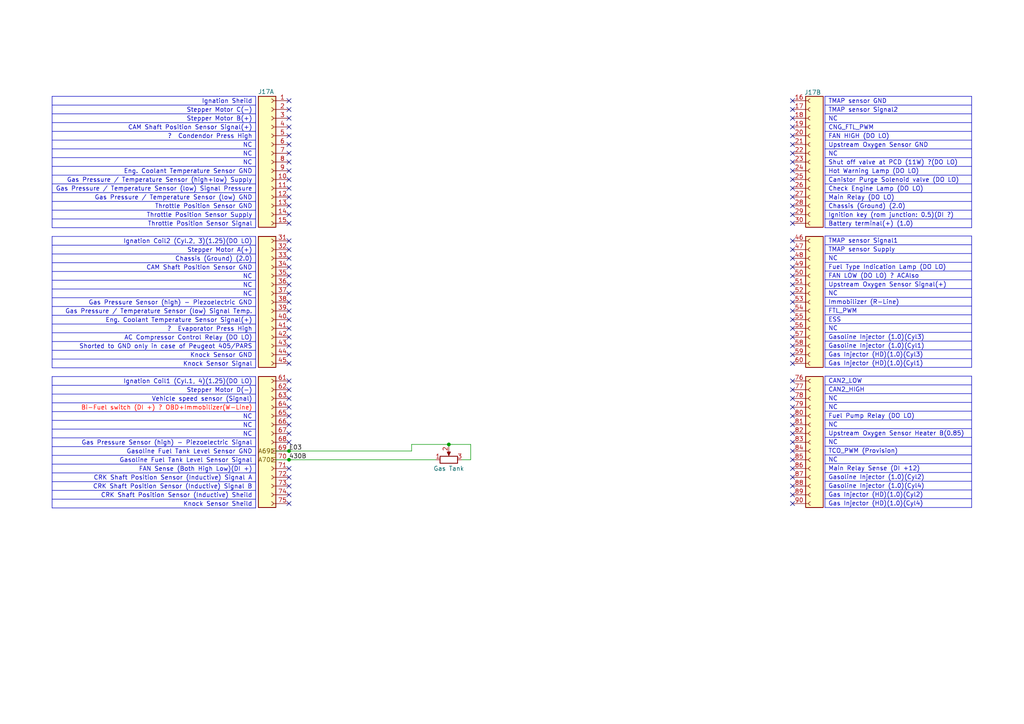
<source format=kicad_sch>
(kicad_sch (version 20250114) (generator "eeschema") (generator_version "9.0")
  (paper "A4")
  (lib_symbols
    (symbol "Conn_01x90_3Row_Socket_1" (pin_names (offset 1.016) (hide yes))
      (property "Reference" "J" (at 1.524 60.833 0))
      (property "Value" "Conn_01x90_3Row_Socket" (at 1.397 -61.214 0))
      (symbol "Conn_01x90_3Row_Socket_1_1_1"
        (pin passive line (at -4.318 58.42 0) (length 3.81) (name "A1") (number "1"))
        (pin passive line (at -4.318 55.88 0) (length 3.81) (name "A2") (number "2"))
        (pin passive line (at -4.318 53.34 0) (length 3.81) (name "A3") (number "3"))
        (pin passive line (at -4.318 50.8 0) (length 3.81) (name "A4") (number "4"))
        (pin passive line (at -4.318 48.26 0) (length 3.81) (name "A5") (number "5"))
        (pin passive line (at -4.318 45.72 0) (length 3.81) (name "A6") (number "6"))
        (pin passive line (at -4.318 43.18 0) (length 3.81) (name "A7") (number "7"))
        (pin passive line (at -4.318 40.64 0) (length 3.81) (name "A8") (number "8"))
        (pin passive line (at -4.318 38.1 0) (length 3.81) (name "A9") (number "9"))
        (pin passive line (at -4.318 35.56 0) (length 3.81) (name "A10") (number "10"))
        (pin passive line (at -4.318 33.02 0) (length 3.81) (name "A11") (number "11"))
        (pin passive line (at -4.318 30.48 0) (length 3.81) (name "A12") (number "12"))
        (pin passive line (at -4.318 27.94 0) (length 3.81) (name "A13") (number "13"))
        (pin passive line (at -4.318 25.4 0) (length 3.81) (name "A14") (number "14"))
        (pin passive line (at -4.318 22.86 0) (length 3.81) (name "A15") (number "15"))
        (pin passive line (at -4.318 17.78 0) (length 3.81) (name "A31") (number "31"))
        (pin passive line (at -4.318 15.24 0) (length 3.81) (name "A32") (number "32"))
        (pin passive line (at -4.318 12.7 0) (length 3.81) (name "A33") (number "33"))
        (pin passive line (at -4.318 10.16 0) (length 3.81) (name "A34") (number "34"))
        (pin passive line (at -4.318 7.62 0) (length 3.81) (name "A35") (number "35"))
        (pin passive line (at -4.318 5.08 0) (length 3.81) (name "A36") (number "36"))
        (pin passive line (at -4.318 2.54 0) (length 3.81) (name "A37") (number "37"))
        (pin passive line (at -4.318 0 0) (length 3.81) (name "A38") (number "38"))
        (pin passive line (at -4.318 -2.54 0) (length 3.81) (name "A39") (number "39"))
        (pin passive line (at -4.318 -5.08 0) (length 3.81) (name "A40") (number "40"))
        (pin passive line (at -4.318 -7.62 0) (length 3.81) (name "A41") (number "41"))
        (pin passive line (at -4.318 -10.16 0) (length 3.81) (name "A42") (number "42"))
        (pin passive line (at -4.318 -12.7 0) (length 3.81) (name "A43") (number "43"))
        (pin passive line (at -4.318 -15.24 0) (length 3.81) (name "A44") (number "44"))
        (pin passive line (at -4.318 -17.78 0) (length 3.81) (name "A45") (number "45"))
        (pin passive line (at -4.318 -22.86 0) (length 3.81) (name "A61") (number "61"))
        (pin passive line (at -4.318 -25.4 0) (length 3.81) (name "A62") (number "62"))
        (pin passive line (at -4.318 -27.94 0) (length 3.81) (name "A63") (number "63"))
        (pin passive line (at -4.318 -30.48 0) (length 3.81) (name "A64") (number "64"))
        (pin passive line (at -4.318 -33.02 0) (length 3.81) (name "A65") (number "65"))
        (pin passive line (at -4.318 -35.56 0) (length 3.81) (name "A66") (number "66"))
        (pin passive line (at -4.318 -38.1 0) (length 3.81) (name "A67") (number "67"))
        (pin passive line (at -4.318 -40.64 0) (length 3.81) (name "A68") (number "68"))
        (pin passive line (at -4.318 -43.18 0) (length 3.81) (name "A69") (number "69"))
        (pin passive line (at -4.318 -45.72 0) (length 3.81) (name "A70") (number "70"))
        (pin passive line (at -4.318 -48.26 0) (length 3.81) (name "A71") (number "71"))
        (pin passive line (at -4.318 -50.8 0) (length 3.81) (name "A72") (number "72"))
        (pin passive line (at -4.318 -53.34 0) (length 3.81) (name "A73") (number "73"))
        (pin passive line (at -4.318 -55.88 0) (length 3.81) (name "A74") (number "74"))
        (pin passive line (at -4.318 -58.42 0) (length 3.81) (name "A75") (number "75"))
      )
      (symbol "Conn_01x90_3Row_Socket_1_2_1"
        (pin passive line (at -4.318 58.42 0) (length 3.81) (name "B16") (number "16"))
        (pin passive line (at -4.318 55.88 0) (length 3.81) (name "B17") (number "17"))
        (pin passive line (at -4.318 53.34 0) (length 3.81) (name "B18") (number "18"))
        (pin passive line (at -4.318 50.8 0) (length 3.81) (name "B19") (number "19"))
        (pin passive line (at -4.318 48.26 0) (length 3.81) (name "B20") (number "20"))
        (pin passive line (at -4.318 45.72 0) (length 3.81) (name "B21") (number "21"))
        (pin passive line (at -4.318 43.18 0) (length 3.81) (name "B22") (number "22"))
        (pin passive line (at -4.318 40.64 0) (length 3.81) (name "B23") (number "23"))
        (pin passive line (at -4.318 38.1 0) (length 3.81) (name "B24") (number "24"))
        (pin passive line (at -4.318 35.56 0) (length 3.81) (name "B25") (number "25"))
        (pin passive line (at -4.318 33.02 0) (length 3.81) (name "B26") (number "26"))
        (pin passive line (at -4.318 30.48 0) (length 3.81) (name "B27") (number "27"))
        (pin passive line (at -4.318 27.94 0) (length 3.81) (name "B28") (number "28"))
        (pin passive line (at -4.318 25.4 0) (length 3.81) (name "B29") (number "29"))
        (pin passive line (at -4.318 22.86 0) (length 3.81) (name "B30") (number "30"))
        (pin passive line (at -4.318 17.78 0) (length 3.81) (name "B46") (number "46"))
        (pin passive line (at -4.318 15.24 0) (length 3.81) (name "B47") (number "47"))
        (pin passive line (at -4.318 12.7 0) (length 3.81) (name "B48") (number "48"))
        (pin passive line (at -4.318 10.16 0) (length 3.81) (name "B49") (number "49"))
        (pin passive line (at -4.318 7.62 0) (length 3.81) (name "B50") (number "50"))
        (pin passive line (at -4.318 5.08 0) (length 3.81) (name "B51") (number "51"))
        (pin passive line (at -4.318 2.54 0) (length 3.81) (name "B52") (number "52"))
        (pin passive line (at -4.318 0 0) (length 3.81) (name "B53") (number "53"))
        (pin passive line (at -4.318 -2.54 0) (length 3.81) (name "B54") (number "54"))
        (pin passive line (at -4.318 -5.08 0) (length 3.81) (name "B55") (number "55"))
        (pin passive line (at -4.318 -7.62 0) (length 3.81) (name "B56") (number "56"))
        (pin passive line (at -4.318 -10.16 0) (length 3.81) (name "B57") (number "57"))
        (pin passive line (at -4.318 -12.7 0) (length 3.81) (name "B58") (number "58"))
        (pin passive line (at -4.318 -15.24 0) (length 3.81) (name "B59") (number "59"))
        (pin passive line (at -4.318 -17.78 0) (length 3.81) (name "B60") (number "60"))
        (pin passive line (at -4.318 -22.86 0) (length 3.81) (name "B76") (number "76"))
        (pin passive line (at -4.318 -25.4 0) (length 3.81) (name "B77") (number "77"))
        (pin passive line (at -4.318 -27.94 0) (length 3.81) (name "B78") (number "78"))
        (pin passive line (at -4.318 -30.48 0) (length 3.81) (name "B79") (number "79"))
        (pin passive line (at -4.318 -33.02 0) (length 3.81) (name "B80") (number "80"))
        (pin passive line (at -4.318 -35.56 0) (length 3.81) (name "B81") (number "81"))
        (pin passive line (at -4.318 -38.1 0) (length 3.81) (name "B82") (number "82"))
        (pin passive line (at -4.318 -40.64 0) (length 3.81) (name "B83") (number "83"))
        (pin passive line (at -4.318 -43.18 0) (length 3.81) (name "B84") (number "84"))
        (pin passive line (at -4.318 -45.72 0) (length 3.81) (name "B85") (number "85"))
        (pin passive line (at -4.318 -48.26 0) (length 3.81) (name "B86") (number "86"))
        (pin passive line (at -4.318 -50.8 0) (length 3.81) (name "B87") (number "87"))
        (pin passive line (at -4.318 -53.34 0) (length 3.81) (name "B88") (number "88"))
        (pin passive line (at -4.318 -55.88 0) (length 3.81) (name "B89") (number "89"))
        (pin passive line (at -4.318 -58.42 0) (length 3.81) (name "B90") (number "90"))
      )
    )
    (symbol "Device:R_Potentiometer" (pin_names (offset 1.016) (hide yes))
      (property "Reference" "RV" (at -4.445 0 90))
      (property "Value" "R_Potentiometer" (at -2.54 0 90))
      (symbol "R_Potentiometer_1_1"
        (pin passive line (at 0 3.81 270) (length 1.27) (name "1") (number "1"))
        (pin passive line (at 0 -3.81 90) (length 1.27) (name "3") (number "3"))
        (pin passive line (at 3.81 0 180) (length 1.27) (name "2") (number "2"))
      )
    )
    (symbol "sicma_socket:Conn_01x90_3Row_Socket" (pin_names (offset 1.016) (hide yes))
      (property "Reference" "J" (at 1.524 60.833 0))
      (property "Value" "Conn_01x90_3Row_Socket" (at 1.397 -61.214 0))
      (symbol "Conn_01x90_3Row_Socket_1_1"
        (pin passive line (at -4.318 58.42 0) (length 3.81) (name "A1") (number "1"))
        (pin passive line (at -4.318 55.88 0) (length 3.81) (name "A2") (number "2"))
        (pin passive line (at -4.318 53.34 0) (length 3.81) (name "A3") (number "3"))
        (pin passive line (at -4.318 50.8 0) (length 3.81) (name "A4") (number "4"))
        (pin passive line (at -4.318 48.26 0) (length 3.81) (name "A5") (number "5"))
        (pin passive line (at -4.318 45.72 0) (length 3.81) (name "A6") (number "6"))
        (pin passive line (at -4.318 43.18 0) (length 3.81) (name "A7") (number "7"))
        (pin passive line (at -4.318 40.64 0) (length 3.81) (name "A8") (number "8"))
        (pin passive line (at -4.318 38.1 0) (length 3.81) (name "A9") (number "9"))
        (pin passive line (at -4.318 35.56 0) (length 3.81) (name "A10") (number "10"))
        (pin passive line (at -4.318 33.02 0) (length 3.81) (name "A11") (number "11"))
        (pin passive line (at -4.318 30.48 0) (length 3.81) (name "A12") (number "12"))
        (pin passive line (at -4.318 27.94 0) (length 3.81) (name "A13") (number "13"))
        (pin passive line (at -4.318 25.4 0) (length 3.81) (name "A14") (number "14"))
        (pin passive line (at -4.318 22.86 0) (length 3.81) (name "A15") (number "15"))
        (pin passive line (at -4.318 17.78 0) (length 3.81) (name "A31") (number "31"))
        (pin passive line (at -4.318 15.24 0) (length 3.81) (name "A32") (number "32"))
        (pin passive line (at -4.318 12.7 0) (length 3.81) (name "A33") (number "33"))
        (pin passive line (at -4.318 10.16 0) (length 3.81) (name "A34") (number "34"))
        (pin passive line (at -4.318 7.62 0) (length 3.81) (name "A35") (number "35"))
        (pin passive line (at -4.318 5.08 0) (length 3.81) (name "A36") (number "36"))
        (pin passive line (at -4.318 2.54 0) (length 3.81) (name "A37") (number "37"))
        (pin passive line (at -4.318 0 0) (length 3.81) (name "A38") (number "38"))
        (pin passive line (at -4.318 -2.54 0) (length 3.81) (name "A39") (number "39"))
        (pin passive line (at -4.318 -5.08 0) (length 3.81) (name "A40") (number "40"))
        (pin passive line (at -4.318 -7.62 0) (length 3.81) (name "A41") (number "41"))
        (pin passive line (at -4.318 -10.16 0) (length 3.81) (name "A42") (number "42"))
        (pin passive line (at -4.318 -12.7 0) (length 3.81) (name "A43") (number "43"))
        (pin passive line (at -4.318 -15.24 0) (length 3.81) (name "A44") (number "44"))
        (pin passive line (at -4.318 -17.78 0) (length 3.81) (name "A45") (number "45"))
        (pin passive line (at -4.318 -22.86 0) (length 3.81) (name "A61") (number "61"))
        (pin passive line (at -4.318 -25.4 0) (length 3.81) (name "A62") (number "62"))
        (pin passive line (at -4.318 -27.94 0) (length 3.81) (name "A63") (number "63"))
        (pin passive line (at -4.318 -30.48 0) (length 3.81) (name "A64") (number "64"))
        (pin passive line (at -4.318 -33.02 0) (length 3.81) (name "A65") (number "65"))
        (pin passive line (at -4.318 -35.56 0) (length 3.81) (name "A66") (number "66"))
        (pin passive line (at -4.318 -38.1 0) (length 3.81) (name "A67") (number "67"))
        (pin passive line (at -4.318 -40.64 0) (length 3.81) (name "A68") (number "68"))
        (pin passive line (at -4.318 -43.18 0) (length 3.81) (name "A69") (number "69"))
        (pin passive line (at -4.318 -45.72 0) (length 3.81) (name "A70") (number "70"))
        (pin passive line (at -4.318 -48.26 0) (length 3.81) (name "A71") (number "71"))
        (pin passive line (at -4.318 -50.8 0) (length 3.81) (name "A72") (number "72"))
        (pin passive line (at -4.318 -53.34 0) (length 3.81) (name "A73") (number "73"))
        (pin passive line (at -4.318 -55.88 0) (length 3.81) (name "A74") (number "74"))
        (pin passive line (at -4.318 -58.42 0) (length 3.81) (name "A75") (number "75"))
      )
      (symbol "Conn_01x90_3Row_Socket_2_1"
        (pin passive line (at -4.318 58.42 0) (length 3.81) (name "B16") (number "16"))
        (pin passive line (at -4.318 55.88 0) (length 3.81) (name "B17") (number "17"))
        (pin passive line (at -4.318 53.34 0) (length 3.81) (name "B18") (number "18"))
        (pin passive line (at -4.318 50.8 0) (length 3.81) (name "B19") (number "19"))
        (pin passive line (at -4.318 48.26 0) (length 3.81) (name "B20") (number "20"))
        (pin passive line (at -4.318 45.72 0) (length 3.81) (name "B21") (number "21"))
        (pin passive line (at -4.318 43.18 0) (length 3.81) (name "B22") (number "22"))
        (pin passive line (at -4.318 40.64 0) (length 3.81) (name "B23") (number "23"))
        (pin passive line (at -4.318 38.1 0) (length 3.81) (name "B24") (number "24"))
        (pin passive line (at -4.318 35.56 0) (length 3.81) (name "B25") (number "25"))
        (pin passive line (at -4.318 33.02 0) (length 3.81) (name "B26") (number "26"))
        (pin passive line (at -4.318 30.48 0) (length 3.81) (name "B27") (number "27"))
        (pin passive line (at -4.318 27.94 0) (length 3.81) (name "B28") (number "28"))
        (pin passive line (at -4.318 25.4 0) (length 3.81) (name "B29") (number "29"))
        (pin passive line (at -4.318 22.86 0) (length 3.81) (name "B30") (number "30"))
        (pin passive line (at -4.318 17.78 0) (length 3.81) (name "B46") (number "46"))
        (pin passive line (at -4.318 15.24 0) (length 3.81) (name "B47") (number "47"))
        (pin passive line (at -4.318 12.7 0) (length 3.81) (name "B48") (number "48"))
        (pin passive line (at -4.318 10.16 0) (length 3.81) (name "B49") (number "49"))
        (pin passive line (at -4.318 7.62 0) (length 3.81) (name "B50") (number "50"))
        (pin passive line (at -4.318 5.08 0) (length 3.81) (name "B51") (number "51"))
        (pin passive line (at -4.318 2.54 0) (length 3.81) (name "B52") (number "52"))
        (pin passive line (at -4.318 0 0) (length 3.81) (name "B53") (number "53"))
        (pin passive line (at -4.318 -2.54 0) (length 3.81) (name "B54") (number "54"))
        (pin passive line (at -4.318 -5.08 0) (length 3.81) (name "B55") (number "55"))
        (pin passive line (at -4.318 -7.62 0) (length 3.81) (name "B56") (number "56"))
        (pin passive line (at -4.318 -10.16 0) (length 3.81) (name "B57") (number "57"))
        (pin passive line (at -4.318 -12.7 0) (length 3.81) (name "B58") (number "58"))
        (pin passive line (at -4.318 -15.24 0) (length 3.81) (name "B59") (number "59"))
        (pin passive line (at -4.318 -17.78 0) (length 3.81) (name "B60") (number "60"))
        (pin passive line (at -4.318 -22.86 0) (length 3.81) (name "B76") (number "76"))
        (pin passive line (at -4.318 -25.4 0) (length 3.81) (name "B77") (number "77"))
        (pin passive line (at -4.318 -27.94 0) (length 3.81) (name "B78") (number "78"))
        (pin passive line (at -4.318 -30.48 0) (length 3.81) (name "B79") (number "79"))
        (pin passive line (at -4.318 -33.02 0) (length 3.81) (name "B80") (number "80"))
        (pin passive line (at -4.318 -35.56 0) (length 3.81) (name "B81") (number "81"))
        (pin passive line (at -4.318 -38.1 0) (length 3.81) (name "B82") (number "82"))
        (pin passive line (at -4.318 -40.64 0) (length 3.81) (name "B83") (number "83"))
        (pin passive line (at -4.318 -43.18 0) (length 3.81) (name "B84") (number "84"))
        (pin passive line (at -4.318 -45.72 0) (length 3.81) (name "B85") (number "85"))
        (pin passive line (at -4.318 -48.26 0) (length 3.81) (name "B86") (number "86"))
        (pin passive line (at -4.318 -50.8 0) (length 3.81) (name "B87") (number "87"))
        (pin passive line (at -4.318 -53.34 0) (length 3.81) (name "B88") (number "88"))
        (pin passive line (at -4.318 -55.88 0) (length 3.81) (name "B89") (number "89"))
        (pin passive line (at -4.318 -58.42 0) (length 3.81) (name "B90") (number "90"))
      )
    )
  )
  (junction (at 130.175 128.905))
  (junction (at 83.82 130.81))
  (junction (at 83.82 133.35))
  (no_connect (at 229.87 29.21))
  (no_connect (at 229.87 82.55))
  (no_connect (at 83.82 138.43))
  (no_connect (at 83.82 62.23))
  (no_connect (at 229.87 92.71))
  (no_connect (at 229.87 57.15))
  (no_connect (at 83.82 36.83))
  (no_connect (at 229.87 118.11))
  (no_connect (at 229.87 105.41))
  (no_connect (at 229.87 128.27))
  (no_connect (at 229.87 31.75))
  (no_connect (at 229.87 135.89))
  (no_connect (at 83.82 74.93))
  (no_connect (at 229.87 64.77))
  (no_connect (at 83.82 90.17))
  (no_connect (at 229.87 36.83))
  (no_connect (at 83.82 95.25))
  (no_connect (at 83.82 125.73))
  (no_connect (at 83.82 34.29))
  (no_connect (at 83.82 97.79))
  (no_connect (at 229.87 90.17))
  (no_connect (at 229.87 85.09))
  (no_connect (at 229.87 34.29))
  (no_connect (at 229.87 80.01))
  (no_connect (at 83.82 87.63))
  (no_connect (at 229.87 120.65))
  (no_connect (at 83.82 31.75))
  (no_connect (at 83.82 52.07))
  (no_connect (at 229.87 62.23))
  (no_connect (at 83.82 92.71))
  (no_connect (at 83.82 44.45))
  (no_connect (at 229.87 113.03))
  (no_connect (at 229.87 138.43))
  (no_connect (at 229.87 39.37))
  (no_connect (at 83.82 39.37))
  (no_connect (at 83.82 118.11))
  (no_connect (at 83.82 115.57))
  (no_connect (at 229.87 146.05))
  (no_connect (at 229.87 143.51))
  (no_connect (at 83.82 100.33))
  (no_connect (at 83.82 29.21))
  (no_connect (at 83.82 105.41))
  (no_connect (at 83.82 123.19))
  (no_connect (at 83.82 120.65))
  (no_connect (at 83.82 140.97))
  (no_connect (at 83.82 54.61))
  (no_connect (at 83.82 85.09))
  (no_connect (at 229.87 41.91))
  (no_connect (at 229.87 102.87))
  (no_connect (at 83.82 69.85))
  (no_connect (at 229.87 74.93))
  (no_connect (at 229.87 130.81))
  (no_connect (at 229.87 140.97))
  (no_connect (at 229.87 97.79))
  (no_connect (at 83.82 77.47))
  (no_connect (at 229.87 87.63))
  (no_connect (at 229.87 49.53))
  (no_connect (at 229.87 95.25))
  (no_connect (at 83.82 82.55))
  (no_connect (at 83.82 143.51))
  (no_connect (at 229.87 54.61))
  (no_connect (at 83.82 64.77))
  (no_connect (at 229.87 44.45))
  (no_connect (at 229.87 69.85))
  (no_connect (at 83.82 135.89))
  (no_connect (at 229.87 46.99))
  (no_connect (at 83.82 46.99))
  (no_connect (at 83.82 110.49))
  (no_connect (at 83.82 59.69))
  (no_connect (at 229.87 125.73))
  (no_connect (at 229.87 133.35))
  (no_connect (at 83.82 128.27))
  (no_connect (at 229.87 123.19))
  (no_connect (at 83.82 72.39))
  (no_connect (at 229.87 52.07))
  (no_connect (at 229.87 115.57))
  (no_connect (at 83.82 57.15))
  (no_connect (at 229.87 77.47))
  (no_connect (at 83.82 102.87))
  (no_connect (at 229.87 110.49))
  (no_connect (at 83.82 41.91))
  (no_connect (at 229.87 100.33))
  (no_connect (at 83.82 146.05))
  (no_connect (at 83.82 113.03))
  (no_connect (at 229.87 59.69))
  (no_connect (at 83.82 80.01))
  (no_connect (at 83.82 49.53))
  (no_connect (at 229.87 72.39))
  (wire (pts (xy 80.01 130.81) (xy 83.82 130.81)))
  (wire (pts (xy 83.82 133.35) (xy 126.365 133.35)))
  (wire (pts (xy 130.175 128.905) (xy 130.175 129.54)))
  (wire (pts (xy 83.82 130.81) (xy 119.38 130.81)))
  (wire (pts (xy 119.38 130.81) (xy 119.38 128.905)))
  (wire (pts (xy 136.525 133.35) (xy 136.525 128.905)))
  (wire (pts (xy 119.38 128.905) (xy 130.175 128.905)))
  (wire (pts (xy 133.985 133.35) (xy 136.525 133.35)))
  (wire (pts (xy 136.525 128.905) (xy 130.175 128.905)))
  (wire (pts (xy 80.01 133.35) (xy 83.82 133.35)))
  (table (column_count 1) (border (external yes) (header yes)) (separators (rows yes) (cols yes)) (column_widths 42.545) (row_heights 2.54 2.54 2.54 2.54 2.54 2.54 2.54 2.54 2.54 2.54 2.54 2.54 2.54 2.54 2.54) (cells (table_cell "CAN2_LOW" (at 239.268 109.093 0) (size 42.545 2.54) (margins 0.9525 0.9525 0.9525 0.9525) (span 1 1)) (table_cell "CAN2_HIGH" (at 239.268 111.633 0) (size 42.545 2.54) (margins 0.9525 0.9525 0.9525 0.9525) (span 1 1)) (table_cell "NC" (at 239.268 114.173 0) (size 42.545 2.54) (margins 0.9525 0.9525 0.9525 0.9525) (span 1 1)) (table_cell "NC" (at 239.268 116.713 0) (size 42.545 2.54) (margins 0.9525 0.9525 0.9525 0.9525) (span 1 1)) (table_cell "Fuel Pump Relay (DO LO)" (at 239.268 119.253 0) (size 42.545 2.54) (margins 0.9525 0.9525 0.9525 0.9525) (span 1 1)) (table_cell "NC" (at 239.268 121.793 0) (size 42.545 2.54) (margins 0.9525 0.9525 0.9525 0.9525) (span 1 1)) (table_cell "Upstream Oxygen Sensor Heater B(0.85)" (at 239.268 124.333 0) (size 42.545 2.54) (margins 0.9525 0.9525 0.9525 0.9525) (span 1 1)) (table_cell "NC" (at 239.268 126.873 0) (size 42.545 2.54) (margins 0.9525 0.9525 0.9525 0.9525) (span 1 1)) (table_cell "TCO_PWM (Provision)" (at 239.268 129.413 0) (size 42.545 2.54) (margins 0.9525 0.9525 0.9525 0.9525) (span 1 1)) (table_cell "NC" (at 239.268 131.953 0) (size 42.545 2.54) (margins 0.9525 0.9525 0.9525 0.9525) (span 1 1)) (table_cell "Main Relay Sense (DI +12)" (at 239.268 134.493 0) (size 42.545 2.54) (margins 0.9525 0.9525 0.9525 0.9525) (span 1 1)) (table_cell "Gasoline Injector (1.0)(Cyl2)" (at 239.268 137.033 0) (size 42.545 2.54) (margins 0.9525 0.9525 0.9525 0.9525) (span 1 1)) (table_cell "Gasoline Injector (1.0)(Cyl4)" (at 239.268 139.573 0) (size 42.545 2.54) (margins 0.9525 0.9525 0.9525 0.9525) (span 1 1)) (table_cell "Gas Injector (HD)(1.0)(Cyl2)" (at 239.268 142.113 0) (size 42.545 2.54) (margins 0.9525 0.9525 0.9525 0.9525) (span 1 1)) (table_cell "Gas Injector (HD)(1.0)(Cyl4)" (at 239.268 144.653 0) (size 42.545 2.54) (margins 0.9525 0.9525 0.9525 0.9525) (span 1 1))))
  (table (column_count 1) (border (external yes) (header no)) (separators (rows yes) (cols no)) (column_widths 59.055) (row_heights 2.54 2.54 2.54 2.54 2.54 2.54 2.54 2.54 2.54 2.54 2.54 2.54 2.54 2.54 2.54) (cells (table_cell "Ignation Sheild" (at 15.113 27.94 0) (size 59.055 2.54) (margins 0.9525 0.9525 0.9525 0.9525) (span 1 1)) (table_cell "Stepper Motor C(-)" (at 15.113 30.48 0) (size 59.055 2.54) (margins 0.9525 0.9525 0.9525 0.9525) (span 1 1)) (table_cell "Stepper Motor B(+)" (at 15.113 33.02 0) (size 59.055 2.54) (margins 0.9525 0.9525 0.9525 0.9525) (span 1 1)) (table_cell "CAM Shaft Position Sensor Signal(+)" (at 15.113 35.56 0) (size 59.055 2.54) (margins 0.9525 0.9525 0.9525 0.9525) (span 1 1)) (table_cell "?  Condendor Press High" (at 15.113 38.1 0) (size 59.055 2.54) (margins 0.9525 0.9525 0.9525 0.9525) (span 1 1)) (table_cell "NC" (at 15.113 40.64 0) (size 59.055 2.54) (margins 0.9525 0.9525 0.9525 0.9525) (span 1 1)) (table_cell "NC" (at 15.113 43.18 0) (size 59.055 2.54) (margins 0.9525 0.9525 0.9525 0.9525) (span 1 1)) (table_cell "NC" (at 15.113 45.72 0) (size 59.055 2.54) (margins 0.9525 0.9525 0.9525 0.9525) (span 1 1)) (table_cell "Eng. Coolant Temperature Sensor GND" (at 15.113 48.26 0) (size 59.055 2.54) (margins 0.9525 0.9525 0.9525 0.9525) (span 1 1)) (table_cell "Gas Pressure / Temperature Sensor (high+low) Supply" (at 15.113 50.8 0) (size 59.055 2.54) (margins 0.9525 0.9525 0.9525 0.9525) (span 1 1)) (table_cell "Gas Pressure / Temperature Sensor (low) Signal Pressure" (at 15.113 53.34 0) (size 59.055 2.54) (margins 0.9525 0.9525 0.9525 0.9525) (span 1 1)) (table_cell "Gas Pressure / Temperature Sensor (low) GND" (at 15.113 55.88 0) (size 59.055 2.54) (margins 0.9525 0.9525 0.9525 0.9525) (span 1 1)) (table_cell "Throttle Position Sensor GND" (at 15.113 58.42 0) (size 59.055 2.54) (margins 0.9525 0.9525 0.9525 0.9525) (span 1 1)) (table_cell "Throttle Position Sensor Supply" (at 15.113 60.96 0) (size 59.055 2.54) (margins 0.9525 0.9525 0.9525 0.9525) (span 1 1)) (table_cell "Throttle Position Sensor Signal" (at 15.113 63.5 0) (size 59.055 2.54) (margins 0.9525 0.9525 0.9525 0.9525) (span 1 1))))
  (table (column_count 1) (border (external yes) (header yes)) (separators (rows yes) (cols yes)) (column_widths 42.545) (row_heights 2.54 2.54 2.54 2.54 2.54 2.54 2.54 2.54 2.54 2.54 2.54 2.54 2.54 2.54 2.54) (cells (table_cell "TMAP sensor Signal1" (at 239.268 68.453 0) (size 42.545 2.54) (margins 0.9525 0.9525 0.9525 0.9525) (span 1 1)) (table_cell "TMAP sensor Supply" (at 239.268 70.993 0) (size 42.545 2.54) (margins 0.9525 0.9525 0.9525 0.9525) (span 1 1)) (table_cell "NC" (at 239.268 73.533 0) (size 42.545 2.54) (margins 0.9525 0.9525 0.9525 0.9525) (span 1 1)) (table_cell "Fuel Type Indication Lamp (DO LO)" (at 239.268 76.073 0) (size 42.545 2.54) (margins 0.9525 0.9525 0.9525 0.9525) (span 1 1)) (table_cell "FAN LOW (DO LO) ? ACAlso" (at 239.268 78.613 0) (size 42.545 2.54) (margins 0.9525 0.9525 0.9525 0.9525) (span 1 1)) (table_cell "Upstream Oxygen Sensor Signal(+)" (at 239.268 81.153 0) (size 42.545 2.54) (margins 0.9525 0.9525 0.9525 0.9525) (span 1 1)) (table_cell "NC" (at 239.268 83.693 0) (size 42.545 2.54) (margins 0.9525 0.9525 0.9525 0.9525) (span 1 1)) (table_cell "Immobilizer (R-Line)" (at 239.268 86.233 0) (size 42.545 2.54) (margins 0.9525 0.9525 0.9525 0.9525) (span 1 1)) (table_cell "FTL_PWM" (at 239.268 88.773 0) (size 42.545 2.54) (margins 0.9525 0.9525 0.9525 0.9525) (span 1 1)) (table_cell "ESS" (at 239.268 91.313 0) (size 42.545 2.54) (margins 0.9525 0.9525 0.9525 0.9525) (span 1 1)) (table_cell "NC" (at 239.268 93.853 0) (size 42.545 2.54) (margins 0.9525 0.9525 0.9525 0.9525) (span 1 1)) (table_cell "Gasoline Injector (1.0)(Cyl3)" (at 239.268 96.393 0) (size 42.545 2.54) (margins 0.9525 0.9525 0.9525 0.9525) (span 1 1)) (table_cell "Gasoline Injector (1.0)(Cyl1)" (at 239.268 98.933 0) (size 42.545 2.54) (margins 0.9525 0.9525 0.9525 0.9525) (span 1 1)) (table_cell "Gas Injector (HD)(1.0)(Cyl3)" (at 239.268 101.473 0) (size 42.545 2.54) (margins 0.9525 0.9525 0.9525 0.9525) (span 1 1)) (table_cell "Gas Injector (HD)(1.0)(Cyl1)" (at 239.268 104.013 0) (size 42.545 2.54) (margins 0.9525 0.9525 0.9525 0.9525) (span 1 1))))
  (table (column_count 1) (border (external yes) (header yes)) (separators (rows yes) (cols yes)) (column_widths 59.055) (row_heights 2.54 2.54 2.54 2.54 2.54 2.54 2.54 2.54 2.54 2.54 2.54 2.54 2.54 2.54 2.54) (cells (table_cell "Ignation Coil2 (Cyl.2, 3)(1.25)(DO LO)" (at 15.113 68.58 0) (size 59.055 2.54) (margins 0.9525 0.9525 0.9525 0.9525) (span 1 1)) (table_cell "Stepper Motor A(+)" (at 15.113 71.12 0) (size 59.055 2.54) (margins 0.9525 0.9525 0.9525 0.9525) (span 1 1)) (table_cell "Chassis (Ground) (2.0)" (at 15.113 73.66 0) (size 59.055 2.54) (margins 0.9525 0.9525 0.9525 0.9525) (span 1 1)) (table_cell "CAM Shaft Position Sensor GND" (at 15.113 76.2 0) (size 59.055 2.54) (margins 0.9525 0.9525 0.9525 0.9525) (span 1 1)) (table_cell "NC" (at 15.113 78.74 0) (size 59.055 2.54) (margins 0.9525 0.9525 0.9525 0.9525) (span 1 1)) (table_cell "NC" (at 15.113 81.28 0) (size 59.055 2.54) (margins 0.9525 0.9525 0.9525 0.9525) (span 1 1)) (table_cell "NC" (at 15.113 83.82 0) (size 59.055 2.54) (margins 0.9525 0.9525 0.9525 0.9525) (span 1 1)) (table_cell "Gas Pressure Sensor (high) - Piezoelectric GND" (at 15.113 86.36 0) (size 59.055 2.54) (margins 0.9525 0.9525 0.9525 0.9525) (span 1 1)) (table_cell "Gas Pressure / Temperature Sensor (low) Signal Temp." (at 15.113 88.9 0) (size 59.055 2.54) (margins 0.9525 0.9525 0.9525 0.9525) (span 1 1)) (table_cell "Eng. Coolant Temperature Sensor Signal(+)" (at 15.113 91.44 0) (size 59.055 2.54) (margins 0.9525 0.9525 0.9525 0.9525) (span 1 1)) (table_cell "?  Evaporator Press High" (at 15.113 93.98 0) (size 59.055 2.54) (margins 0.9525 0.9525 0.9525 0.9525) (span 1 1)) (table_cell "AC Compressor Control Relay (DO LO)" (at 15.113 96.52 0) (size 59.055 2.54) (margins 0.9525 0.9525 0.9525 0.9525) (span 1 1)) (table_cell "Shorted to GND only in case of Peugeot 405/PARS" (at 15.113 99.06 0) (size 59.055 2.54) (margins 0.9525 0.9525 0.9525 0.9525) (span 1 1)) (table_cell "Knock Sensor GND" (at 15.113 101.6 0) (size 59.055 2.54) (margins 0.9525 0.9525 0.9525 0.9525) (span 1 1)) (table_cell "Knock Sensor Signal" (at 15.113 104.14 0) (size 59.055 2.54) (margins 0.9525 0.9525 0.9525 0.9525) (span 1 1))))
  (table (column_count 1) (border (external yes) (header yes)) (separators (rows yes) (cols yes)) (column_widths 59.055) (row_heights 2.54 2.54 2.54 2.54 2.54 2.54 2.54 2.54 2.54 2.54 2.54 2.54 2.54 2.54 2.54) (cells (table_cell "Ignation Coil1 (Cyl.1, 4)(1.25)(DO LO)" (at 15.113 109.22 0) (size 59.055 2.54) (margins 0.9525 0.9525 0.9525 0.9525) (span 1 1)) (table_cell "Stepper Motor D(-)" (at 15.113 111.76 0) (size 59.055 2.54) (margins 0.9525 0.9525 0.9525 0.9525) (span 1 1)) (table_cell "Vehicle speed sensor (Signal)" (at 15.113 114.3 0) (size 59.055 2.54) (margins 0.9525 0.9525 0.9525 0.9525) (span 1 1)) (table_cell "Bi-Fuel switch (DI +) ? OBD+Immobilizer(W-Line)" (at 15.113 116.84 0) (size 59.055 2.54) (margins 0.9525 0.9525 0.9525 0.9525) (span 1 1)) (table_cell "NC" (at 15.113 119.38 0) (size 59.055 2.54) (margins 0.9525 0.9525 0.9525 0.9525) (span 1 1)) (table_cell "NC" (at 15.113 121.92 0) (size 59.055 2.54) (margins 0.9525 0.9525 0.9525 0.9525) (span 1 1)) (table_cell "NC" (at 15.113 124.46 0) (size 59.055 2.54) (margins 0.9525 0.9525 0.9525 0.9525) (span 1 1)) (table_cell "Gas Pressure Sensor (high) - Piezoelectric Signal" (at 15.113 127 0) (size 59.055 2.54) (margins 0.9525 0.9525 0.9525 0.9525) (span 1 1)) (table_cell "Gasoline Fuel Tank Level Sensor GND" (at 15.113 129.54 0) (size 59.055 2.54) (margins 0.9525 0.9525 0.9525 0.9525) (span 1 1)) (table_cell "Gasoline Fuel Tank Level Sensor Signal" (at 15.113 132.08 0) (size 59.055 2.54) (margins 0.9525 0.9525 0.9525 0.9525) (span 1 1)) (table_cell "FAN Sense (Both High Low)(DI +)" (at 15.113 134.62 0) (size 59.055 2.54) (margins 0.9525 0.9525 0.9525 0.9525) (span 1 1)) (table_cell "CRK Shaft Position Sensor (Inductive) Signal A" (at 15.113 137.16 0) (size 59.055 2.54) (margins 0.9525 0.9525 0.9525 0.9525) (span 1 1)) (table_cell "CRK Shaft Position Sensor (Inductive) Signal B" (at 15.113 139.7 0) (size 59.055 2.54) (margins 0.9525 0.9525 0.9525 0.9525) (span 1 1)) (table_cell "CRK Shaft Position Sensor (Inductive) Sheild" (at 15.113 142.24 0) (size 59.055 2.54) (margins 0.9525 0.9525 0.9525 0.9525) (span 1 1)) (table_cell "Knock Sensor Sheild" (at 15.113 144.78 0) (size 59.055 2.54) (margins 0.9525 0.9525 0.9525 0.9525) (span 1 1))))
  (table (column_count 1) (border (external yes) (header yes)) (separators (rows yes) (cols yes)) (column_widths 42.545) (row_heights 2.54 2.54 2.54 2.54 2.54 2.54 2.54 2.54 2.54 2.54 2.54 2.54 2.54 2.54 2.54) (cells (table_cell "TMAP sensor GND" (at 239.268 27.94 0) (size 42.545 2.54) (margins 0.9525 0.9525 0.9525 0.9525) (span 1 1)) (table_cell "TMAP sensor Signal2" (at 239.268 30.48 0) (size 42.545 2.54) (margins 0.9525 0.9525 0.9525 0.9525) (span 1 1)) (table_cell "NC" (at 239.268 33.02 0) (size 42.545 2.54) (margins 0.9525 0.9525 0.9525 0.9525) (span 1 1)) (table_cell "CNG_FTL_PWM" (at 239.268 35.56 0) (size 42.545 2.54) (margins 0.9525 0.9525 0.9525 0.9525) (span 1 1)) (table_cell "FAN HIGH (DO LO)" (at 239.268 38.1 0) (size 42.545 2.54) (margins 0.9525 0.9525 0.9525 0.9525) (span 1 1)) (table_cell "Upstream Oxygen Sensor GND" (at 239.268 40.64 0) (size 42.545 2.54) (margins 0.9525 0.9525 0.9525 0.9525) (span 1 1)) (table_cell "NC" (at 239.268 43.18 0) (size 42.545 2.54) (margins 0.9525 0.9525 0.9525 0.9525) (span 1 1)) (table_cell "Shut off valve at PCD (11W) ?(DO LO)" (at 239.268 45.72 0) (size 42.545 2.54) (margins 0.9525 0.9525 0.9525 0.9525) (span 1 1)) (table_cell "Hot Warning Lamp (DO LO)" (at 239.268 48.26 0) (size 42.545 2.54) (margins 0.9525 0.9525 0.9525 0.9525) (span 1 1)) (table_cell "Canistor Purge Solenoid valve (DO LO)" (at 239.268 50.8 0) (size 42.545 2.54) (margins 0.9525 0.9525 0.9525 0.9525) (span 1 1)) (table_cell "Check Engine Lamp (DO LO)" (at 239.268 53.34 0) (size 42.545 2.54) (margins 0.9525 0.9525 0.9525 0.9525) (span 1 1)) (table_cell "Main Relay (DO LO)" (at 239.268 55.88 0) (size 42.545 2.54) (margins 0.9525 0.9525 0.9525 0.9525) (span 1 1)) (table_cell "Chassis (Ground) (2.0)" (at 239.268 58.42 0) (size 42.545 2.54) (margins 0.9525 0.9525 0.9525 0.9525) (span 1 1)) (table_cell "Ignition key (rom junction: 0.5)(DI ?)" (at 239.268 60.96 0) (size 42.545 2.54) (margins 0.9525 0.9525 0.9525 0.9525) (span 1 1)) (table_cell "Battery terminal(+) (1.0)" (at 239.268 63.5 0) (size 42.545 2.54) (margins 0.9525 0.9525 0.9525 0.9525) (span 1 1))))
  (label "430B" (at 83.82 133.35 0))
  (label "E03" (at 83.82 130.81 0))
  (hierarchical_label "A69" (shape passive) (at 80.01 130.81 180))
  (hierarchical_label "A70" (shape passive) (at 80.01 133.35 180))
  (symbol (lib_id "Device:R_Potentiometer") (at 130.175 133.35 90) (unit 1) (in_bom no) (on_board no)
    (property "Reference" "RV2" (effects (hide yes)))
    (property "Value" "Gas Tank" (at 130.1749 135.89 90))
    (property "Description" "Potentiometer" (effects (hide yes)))
  )
  (symbol (lib_id "sicma_socket:Conn_01x90_3Row_Socket") (at 79.502 87.63 0) (mirror y) (unit 1)
    (property "Reference" "J17" (at 79.502 26.6064 0) (effects (justify left)))
    (property "Value" "Conn_01x90_3Row_Socket" (effects (hide yes)))
    (property "Description" "\"Duble connector, triple row, 03x30, unit letter first pin numbering scheme (pin number form 1 to 90\"" (effects (hide yes)))
  )
  (symbol (lib_name "Conn_01x90_3Row_Socket_1") (lib_id "sicma_socket:Conn_01x90_3Row_Socket") (at 234.188 87.63 0) (unit 2)
    (property "Reference" "J17" (at 235.712 26.797 0))
    (property "Value" "Conn_01x90_3Row_Socket" (effects (hide yes)))
    (property "Description" "\"Duble connector, triple row, 03x30, unit letter first pin numbering scheme (pin number form 1 to 90\"" (effects (hide yes)))
  )
)
</source>
